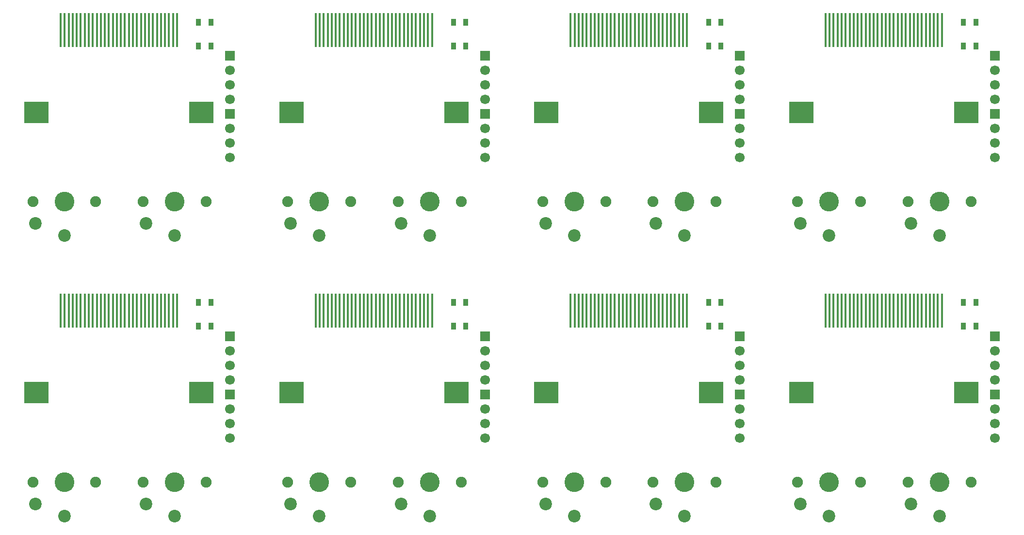
<source format=gbr>
%TF.GenerationSoftware,KiCad,Pcbnew,9.0.2*%
%TF.CreationDate,2025-05-28T15:12:05+01:00*%
%TF.ProjectId,Bongo-Cat-Fidget-Toy,426f6e67-6f2d-4436-9174-2d4669646765,rev?*%
%TF.SameCoordinates,Original*%
%TF.FileFunction,Soldermask,Bot*%
%TF.FilePolarity,Negative*%
%FSLAX46Y46*%
G04 Gerber Fmt 4.6, Leading zero omitted, Abs format (unit mm)*
G04 Created by KiCad (PCBNEW 9.0.2) date 2025-05-28 15:12:05*
%MOMM*%
%LPD*%
G01*
G04 APERTURE LIST*
G04 Aperture macros list*
%AMRoundRect*
0 Rectangle with rounded corners*
0 $1 Rounding radius*
0 $2 $3 $4 $5 $6 $7 $8 $9 X,Y pos of 4 corners*
0 Add a 4 corners polygon primitive as box body*
4,1,4,$2,$3,$4,$5,$6,$7,$8,$9,$2,$3,0*
0 Add four circle primitives for the rounded corners*
1,1,$1+$1,$2,$3*
1,1,$1+$1,$4,$5*
1,1,$1+$1,$6,$7*
1,1,$1+$1,$8,$9*
0 Add four rect primitives between the rounded corners*
20,1,$1+$1,$2,$3,$4,$5,0*
20,1,$1+$1,$4,$5,$6,$7,0*
20,1,$1+$1,$6,$7,$8,$9,0*
20,1,$1+$1,$8,$9,$2,$3,0*%
G04 Aperture macros list end*
%ADD10C,1.900000*%
%ADD11C,3.450000*%
%ADD12C,2.200000*%
%ADD13R,1.700000X1.700000*%
%ADD14C,1.700000*%
%ADD15RoundRect,0.100000X0.100000X-2.900000X0.100000X2.900000X-0.100000X2.900000X-0.100000X-2.900000X0*%
%ADD16RoundRect,0.102000X0.325000X-0.525000X0.325000X0.525000X-0.325000X0.525000X-0.325000X-0.525000X0*%
%ADD17R,4.200000X3.800000*%
G04 APERTURE END LIST*
D10*
%TO.C,SW1*%
X166725000Y-65000500D03*
D11*
X161225000Y-65000500D03*
D10*
X155725000Y-65000500D03*
D12*
X161225000Y-70900500D03*
X156225000Y-68800500D03*
%TD*%
D13*
%TO.C,J3*%
X234645000Y-88500500D03*
D14*
X234645000Y-91040500D03*
X234645000Y-93580500D03*
X234645000Y-96120500D03*
%TD*%
D13*
%TO.C,J3*%
X190145000Y-39500500D03*
D14*
X190145000Y-42040500D03*
X190145000Y-44580500D03*
X190145000Y-47120500D03*
%TD*%
D10*
%TO.C,SW2*%
X141500000Y-65000500D03*
D11*
X136000000Y-65000500D03*
D10*
X130500000Y-65000500D03*
D12*
X136000000Y-70900500D03*
X131000000Y-68800500D03*
%TD*%
D13*
%TO.C,J3*%
X101145000Y-88500500D03*
D14*
X101145000Y-91040500D03*
X101145000Y-93580500D03*
X101145000Y-96120500D03*
%TD*%
D10*
%TO.C,SW2*%
X186000000Y-65000500D03*
D11*
X180500000Y-65000500D03*
D10*
X175000000Y-65000500D03*
D12*
X180500000Y-70900500D03*
X175500000Y-68800500D03*
%TD*%
D10*
%TO.C,SW1*%
X166725000Y-114000500D03*
D11*
X161225000Y-114000500D03*
D10*
X155725000Y-114000500D03*
D12*
X161225000Y-119900500D03*
X156225000Y-117800500D03*
%TD*%
D10*
%TO.C,SW1*%
X122225000Y-65000500D03*
D11*
X116725000Y-65000500D03*
D10*
X111225000Y-65000500D03*
D12*
X116725000Y-70900500D03*
X111725000Y-68800500D03*
%TD*%
D13*
%TO.C,J2*%
X190145000Y-49660500D03*
D14*
X190145000Y-52200500D03*
X190145000Y-54740500D03*
X190145000Y-57280500D03*
%TD*%
D13*
%TO.C,J2*%
X101145000Y-49660500D03*
D14*
X101145000Y-52200500D03*
X101145000Y-54740500D03*
X101145000Y-57280500D03*
%TD*%
D10*
%TO.C,SW1*%
X211225000Y-114000500D03*
D11*
X205725000Y-114000500D03*
D10*
X200225000Y-114000500D03*
D12*
X205725000Y-119900500D03*
X200725000Y-117800500D03*
%TD*%
D13*
%TO.C,J3*%
X145645000Y-39500500D03*
D14*
X145645000Y-42040500D03*
X145645000Y-44580500D03*
X145645000Y-47120500D03*
%TD*%
D13*
%TO.C,J2*%
X145645000Y-49660500D03*
D14*
X145645000Y-52200500D03*
X145645000Y-54740500D03*
X145645000Y-57280500D03*
%TD*%
D10*
%TO.C,SW2*%
X97000000Y-65000500D03*
D11*
X91500000Y-65000500D03*
D10*
X86000000Y-65000500D03*
D12*
X91500000Y-70900500D03*
X86500000Y-68800500D03*
%TD*%
D10*
%TO.C,SW2*%
X230500000Y-65000500D03*
D11*
X225000000Y-65000500D03*
D10*
X219500000Y-65000500D03*
D12*
X225000000Y-70900500D03*
X220000000Y-68800500D03*
%TD*%
D13*
%TO.C,J3*%
X190145000Y-88500500D03*
D14*
X190145000Y-91040500D03*
X190145000Y-93580500D03*
X190145000Y-96120500D03*
%TD*%
D10*
%TO.C,SW1*%
X122225000Y-114000500D03*
D11*
X116725000Y-114000500D03*
D10*
X111225000Y-114000500D03*
D12*
X116725000Y-119900500D03*
X111725000Y-117800500D03*
%TD*%
D13*
%TO.C,J2*%
X234645000Y-49660500D03*
D14*
X234645000Y-52200500D03*
X234645000Y-54740500D03*
X234645000Y-57280500D03*
%TD*%
D10*
%TO.C,SW2*%
X230500000Y-114000500D03*
D11*
X225000000Y-114000500D03*
D10*
X219500000Y-114000500D03*
D12*
X225000000Y-119900500D03*
X220000000Y-117800500D03*
%TD*%
D13*
%TO.C,J2*%
X190145000Y-98660500D03*
D14*
X190145000Y-101200500D03*
X190145000Y-103740500D03*
X190145000Y-106280500D03*
%TD*%
D10*
%TO.C,SW1*%
X77725000Y-114000500D03*
D11*
X72225000Y-114000500D03*
D10*
X66725000Y-114000500D03*
D12*
X72225000Y-119900500D03*
X67225000Y-117800500D03*
%TD*%
D10*
%TO.C,SW2*%
X186000000Y-114000500D03*
D11*
X180500000Y-114000500D03*
D10*
X175000000Y-114000500D03*
D12*
X180500000Y-119900500D03*
X175500000Y-117800500D03*
%TD*%
D10*
%TO.C,SW2*%
X97000000Y-114000500D03*
D11*
X91500000Y-114000500D03*
D10*
X86000000Y-114000500D03*
D12*
X91500000Y-119900500D03*
X86500000Y-117800500D03*
%TD*%
D13*
%TO.C,J2*%
X101145000Y-98660500D03*
D14*
X101145000Y-101200500D03*
X101145000Y-103740500D03*
X101145000Y-106280500D03*
%TD*%
D13*
%TO.C,J2*%
X145645000Y-98660500D03*
D14*
X145645000Y-101200500D03*
X145645000Y-103740500D03*
X145645000Y-106280500D03*
%TD*%
D10*
%TO.C,SW1*%
X211225000Y-65000500D03*
D11*
X205725000Y-65000500D03*
D10*
X200225000Y-65000500D03*
D12*
X205725000Y-70900500D03*
X200725000Y-68800500D03*
%TD*%
D13*
%TO.C,J3*%
X101145000Y-39500500D03*
D14*
X101145000Y-42040500D03*
X101145000Y-44580500D03*
X101145000Y-47120500D03*
%TD*%
D13*
%TO.C,J3*%
X234645000Y-39500500D03*
D14*
X234645000Y-42040500D03*
X234645000Y-44580500D03*
X234645000Y-47120500D03*
%TD*%
D10*
%TO.C,SW2*%
X141500000Y-114000500D03*
D11*
X136000000Y-114000500D03*
D10*
X130500000Y-114000500D03*
D12*
X136000000Y-119900500D03*
X131000000Y-117800500D03*
%TD*%
D13*
%TO.C,J3*%
X145645000Y-88500500D03*
D14*
X145645000Y-91040500D03*
X145645000Y-93580500D03*
X145645000Y-96120500D03*
%TD*%
D13*
%TO.C,J2*%
X234645000Y-98660500D03*
D14*
X234645000Y-101200500D03*
X234645000Y-103740500D03*
X234645000Y-106280500D03*
%TD*%
D10*
%TO.C,SW1*%
X77725000Y-65000500D03*
D11*
X72225000Y-65000500D03*
D10*
X66725000Y-65000500D03*
D12*
X72225000Y-70900500D03*
X67225000Y-68800500D03*
%TD*%
D15*
%TO.C,J1*%
X225400000Y-84000500D03*
X224700000Y-84000500D03*
X224000000Y-84000500D03*
X223300000Y-84000500D03*
X222600000Y-84000500D03*
X221900000Y-84000500D03*
X221200000Y-84000500D03*
X220500000Y-84000500D03*
X219800000Y-84000500D03*
X219100000Y-84000500D03*
X218400000Y-84000500D03*
X217700000Y-84000500D03*
X217000000Y-84000500D03*
X216300000Y-84000500D03*
X215600000Y-84000500D03*
X214900000Y-84000500D03*
X214200000Y-84000500D03*
X213500000Y-84000500D03*
X212800000Y-84000500D03*
X212100000Y-84000500D03*
X211400000Y-84000500D03*
X210700000Y-84000500D03*
X210000000Y-84000500D03*
X209300000Y-84000500D03*
X208600000Y-84000500D03*
X207900000Y-84000500D03*
X207200000Y-84000500D03*
X206500000Y-84000500D03*
X205800000Y-84000500D03*
X205100000Y-84000500D03*
%TD*%
D16*
%TO.C,SW3*%
X231315000Y-86775349D03*
X231315000Y-82625349D03*
X229165000Y-86775349D03*
X229165000Y-82625349D03*
%TD*%
D17*
%TO.C,BT1*%
X200860000Y-98370500D03*
X229640000Y-98370500D03*
%TD*%
%TO.C,BT1*%
X111860000Y-98370500D03*
X140640000Y-98370500D03*
%TD*%
%TO.C,BT1*%
X111860000Y-49370500D03*
X140640000Y-49370500D03*
%TD*%
D15*
%TO.C,J1*%
X225400000Y-35000500D03*
X224700000Y-35000500D03*
X224000000Y-35000500D03*
X223300000Y-35000500D03*
X222600000Y-35000500D03*
X221900000Y-35000500D03*
X221200000Y-35000500D03*
X220500000Y-35000500D03*
X219800000Y-35000500D03*
X219100000Y-35000500D03*
X218400000Y-35000500D03*
X217700000Y-35000500D03*
X217000000Y-35000500D03*
X216300000Y-35000500D03*
X215600000Y-35000500D03*
X214900000Y-35000500D03*
X214200000Y-35000500D03*
X213500000Y-35000500D03*
X212800000Y-35000500D03*
X212100000Y-35000500D03*
X211400000Y-35000500D03*
X210700000Y-35000500D03*
X210000000Y-35000500D03*
X209300000Y-35000500D03*
X208600000Y-35000500D03*
X207900000Y-35000500D03*
X207200000Y-35000500D03*
X206500000Y-35000500D03*
X205800000Y-35000500D03*
X205100000Y-35000500D03*
%TD*%
%TO.C,J1*%
X91900000Y-35000500D03*
X91200000Y-35000500D03*
X90500000Y-35000500D03*
X89800000Y-35000500D03*
X89100000Y-35000500D03*
X88400000Y-35000500D03*
X87700000Y-35000500D03*
X87000000Y-35000500D03*
X86300000Y-35000500D03*
X85600000Y-35000500D03*
X84900000Y-35000500D03*
X84200000Y-35000500D03*
X83500000Y-35000500D03*
X82800000Y-35000500D03*
X82100000Y-35000500D03*
X81400000Y-35000500D03*
X80700000Y-35000500D03*
X80000000Y-35000500D03*
X79300000Y-35000500D03*
X78600000Y-35000500D03*
X77900000Y-35000500D03*
X77200000Y-35000500D03*
X76500000Y-35000500D03*
X75800000Y-35000500D03*
X75100000Y-35000500D03*
X74400000Y-35000500D03*
X73700000Y-35000500D03*
X73000000Y-35000500D03*
X72300000Y-35000500D03*
X71600000Y-35000500D03*
%TD*%
D16*
%TO.C,SW3*%
X97815000Y-86775349D03*
X97815000Y-82625349D03*
X95665000Y-86775349D03*
X95665000Y-82625349D03*
%TD*%
D17*
%TO.C,BT1*%
X200860000Y-49370500D03*
X229640000Y-49370500D03*
%TD*%
%TO.C,BT1*%
X67360000Y-49370500D03*
X96140000Y-49370500D03*
%TD*%
D15*
%TO.C,J1*%
X180900000Y-35000500D03*
X180200000Y-35000500D03*
X179500000Y-35000500D03*
X178800000Y-35000500D03*
X178100000Y-35000500D03*
X177400000Y-35000500D03*
X176700000Y-35000500D03*
X176000000Y-35000500D03*
X175300000Y-35000500D03*
X174600000Y-35000500D03*
X173900000Y-35000500D03*
X173200000Y-35000500D03*
X172500000Y-35000500D03*
X171800000Y-35000500D03*
X171100000Y-35000500D03*
X170400000Y-35000500D03*
X169700000Y-35000500D03*
X169000000Y-35000500D03*
X168300000Y-35000500D03*
X167600000Y-35000500D03*
X166900000Y-35000500D03*
X166200000Y-35000500D03*
X165500000Y-35000500D03*
X164800000Y-35000500D03*
X164100000Y-35000500D03*
X163400000Y-35000500D03*
X162700000Y-35000500D03*
X162000000Y-35000500D03*
X161300000Y-35000500D03*
X160600000Y-35000500D03*
%TD*%
D17*
%TO.C,BT1*%
X67360000Y-98370500D03*
X96140000Y-98370500D03*
%TD*%
D16*
%TO.C,SW3*%
X97815000Y-37775349D03*
X97815000Y-33625349D03*
X95665000Y-37775349D03*
X95665000Y-33625349D03*
%TD*%
D15*
%TO.C,J1*%
X180900000Y-84000500D03*
X180200000Y-84000500D03*
X179500000Y-84000500D03*
X178800000Y-84000500D03*
X178100000Y-84000500D03*
X177400000Y-84000500D03*
X176700000Y-84000500D03*
X176000000Y-84000500D03*
X175300000Y-84000500D03*
X174600000Y-84000500D03*
X173900000Y-84000500D03*
X173200000Y-84000500D03*
X172500000Y-84000500D03*
X171800000Y-84000500D03*
X171100000Y-84000500D03*
X170400000Y-84000500D03*
X169700000Y-84000500D03*
X169000000Y-84000500D03*
X168300000Y-84000500D03*
X167600000Y-84000500D03*
X166900000Y-84000500D03*
X166200000Y-84000500D03*
X165500000Y-84000500D03*
X164800000Y-84000500D03*
X164100000Y-84000500D03*
X163400000Y-84000500D03*
X162700000Y-84000500D03*
X162000000Y-84000500D03*
X161300000Y-84000500D03*
X160600000Y-84000500D03*
%TD*%
D16*
%TO.C,SW3*%
X142315000Y-37775349D03*
X142315000Y-33625349D03*
X140165000Y-37775349D03*
X140165000Y-33625349D03*
%TD*%
D17*
%TO.C,BT1*%
X156360000Y-49370500D03*
X185140000Y-49370500D03*
%TD*%
D15*
%TO.C,J1*%
X91900000Y-84000500D03*
X91200000Y-84000500D03*
X90500000Y-84000500D03*
X89800000Y-84000500D03*
X89100000Y-84000500D03*
X88400000Y-84000500D03*
X87700000Y-84000500D03*
X87000000Y-84000500D03*
X86300000Y-84000500D03*
X85600000Y-84000500D03*
X84900000Y-84000500D03*
X84200000Y-84000500D03*
X83500000Y-84000500D03*
X82800000Y-84000500D03*
X82100000Y-84000500D03*
X81400000Y-84000500D03*
X80700000Y-84000500D03*
X80000000Y-84000500D03*
X79300000Y-84000500D03*
X78600000Y-84000500D03*
X77900000Y-84000500D03*
X77200000Y-84000500D03*
X76500000Y-84000500D03*
X75800000Y-84000500D03*
X75100000Y-84000500D03*
X74400000Y-84000500D03*
X73700000Y-84000500D03*
X73000000Y-84000500D03*
X72300000Y-84000500D03*
X71600000Y-84000500D03*
%TD*%
D16*
%TO.C,SW3*%
X186815000Y-86775349D03*
X186815000Y-82625349D03*
X184665000Y-86775349D03*
X184665000Y-82625349D03*
%TD*%
D15*
%TO.C,J1*%
X136400000Y-84000500D03*
X135700000Y-84000500D03*
X135000000Y-84000500D03*
X134300000Y-84000500D03*
X133600000Y-84000500D03*
X132900000Y-84000500D03*
X132200000Y-84000500D03*
X131500000Y-84000500D03*
X130800000Y-84000500D03*
X130100000Y-84000500D03*
X129400000Y-84000500D03*
X128700000Y-84000500D03*
X128000000Y-84000500D03*
X127300000Y-84000500D03*
X126600000Y-84000500D03*
X125900000Y-84000500D03*
X125200000Y-84000500D03*
X124500000Y-84000500D03*
X123800000Y-84000500D03*
X123100000Y-84000500D03*
X122400000Y-84000500D03*
X121700000Y-84000500D03*
X121000000Y-84000500D03*
X120300000Y-84000500D03*
X119600000Y-84000500D03*
X118900000Y-84000500D03*
X118200000Y-84000500D03*
X117500000Y-84000500D03*
X116800000Y-84000500D03*
X116100000Y-84000500D03*
%TD*%
D17*
%TO.C,BT1*%
X156360000Y-98370500D03*
X185140000Y-98370500D03*
%TD*%
D16*
%TO.C,SW3*%
X142315000Y-86775349D03*
X142315000Y-82625349D03*
X140165000Y-86775349D03*
X140165000Y-82625349D03*
%TD*%
%TO.C,SW3*%
X186815000Y-37775349D03*
X186815000Y-33625349D03*
X184665000Y-37775349D03*
X184665000Y-33625349D03*
%TD*%
D15*
%TO.C,J1*%
X136400000Y-35000500D03*
X135700000Y-35000500D03*
X135000000Y-35000500D03*
X134300000Y-35000500D03*
X133600000Y-35000500D03*
X132900000Y-35000500D03*
X132200000Y-35000500D03*
X131500000Y-35000500D03*
X130800000Y-35000500D03*
X130100000Y-35000500D03*
X129400000Y-35000500D03*
X128700000Y-35000500D03*
X128000000Y-35000500D03*
X127300000Y-35000500D03*
X126600000Y-35000500D03*
X125900000Y-35000500D03*
X125200000Y-35000500D03*
X124500000Y-35000500D03*
X123800000Y-35000500D03*
X123100000Y-35000500D03*
X122400000Y-35000500D03*
X121700000Y-35000500D03*
X121000000Y-35000500D03*
X120300000Y-35000500D03*
X119600000Y-35000500D03*
X118900000Y-35000500D03*
X118200000Y-35000500D03*
X117500000Y-35000500D03*
X116800000Y-35000500D03*
X116100000Y-35000500D03*
%TD*%
D16*
%TO.C,SW3*%
X231315000Y-37775349D03*
X231315000Y-33625349D03*
X229165000Y-37775349D03*
X229165000Y-33625349D03*
%TD*%
M02*

</source>
